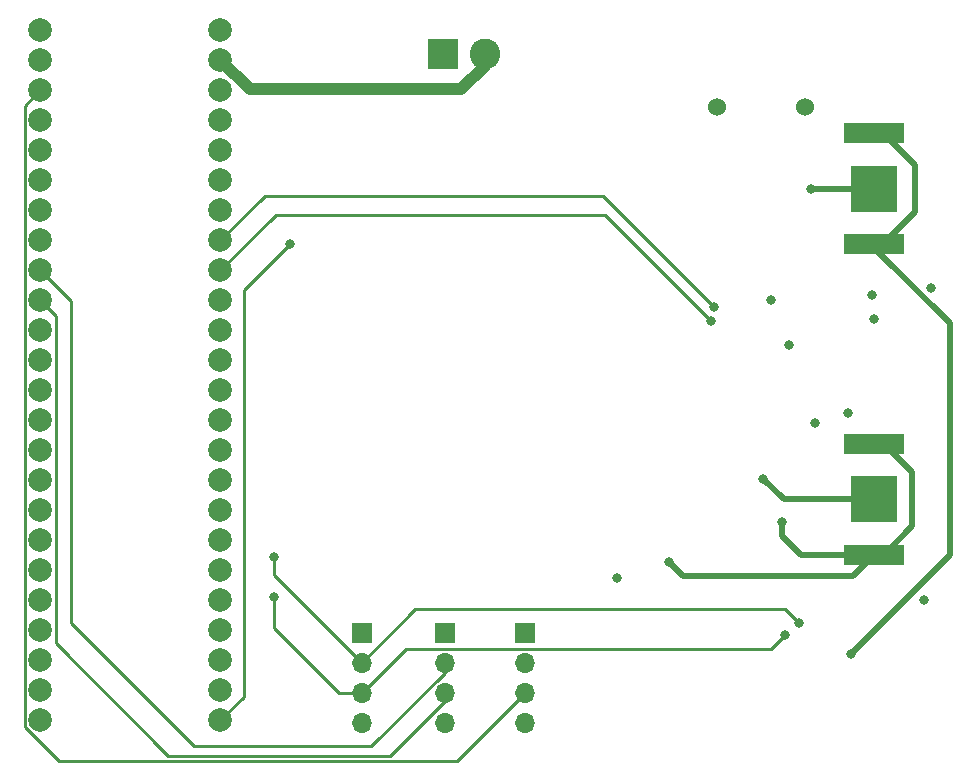
<source format=gbr>
%TF.GenerationSoftware,KiCad,Pcbnew,7.0.7*%
%TF.CreationDate,2024-01-17T19:34:37-05:00*%
%TF.ProjectId,Unified_Board,556e6966-6965-4645-9f42-6f6172642e6b,rev?*%
%TF.SameCoordinates,Original*%
%TF.FileFunction,Copper,L4,Bot*%
%TF.FilePolarity,Positive*%
%FSLAX46Y46*%
G04 Gerber Fmt 4.6, Leading zero omitted, Abs format (unit mm)*
G04 Created by KiCad (PCBNEW 7.0.7) date 2024-01-17 19:34:37*
%MOMM*%
%LPD*%
G01*
G04 APERTURE LIST*
%TA.AperFunction,ComponentPad*%
%ADD10R,1.700000X1.700000*%
%TD*%
%TA.AperFunction,ComponentPad*%
%ADD11O,1.700000X1.700000*%
%TD*%
%TA.AperFunction,ComponentPad*%
%ADD12R,2.600000X2.600000*%
%TD*%
%TA.AperFunction,ComponentPad*%
%ADD13C,2.600000*%
%TD*%
%TA.AperFunction,ComponentPad*%
%ADD14C,1.524000*%
%TD*%
%TA.AperFunction,SMDPad,CuDef*%
%ADD15R,5.080000X1.780000*%
%TD*%
%TA.AperFunction,SMDPad,CuDef*%
%ADD16R,3.960000X3.960000*%
%TD*%
%TA.AperFunction,ComponentPad*%
%ADD17C,2.000000*%
%TD*%
%TA.AperFunction,ViaPad*%
%ADD18C,0.800000*%
%TD*%
%TA.AperFunction,Conductor*%
%ADD19C,0.500000*%
%TD*%
%TA.AperFunction,Conductor*%
%ADD20C,0.250000*%
%TD*%
%TA.AperFunction,Conductor*%
%ADD21C,1.000000*%
%TD*%
G04 APERTURE END LIST*
D10*
%TO.P,J3,1,Pin_1*%
%TO.N,/3.3V*%
X107600000Y-96000000D03*
D11*
%TO.P,J3,2,Pin_2*%
%TO.N,/SCL*%
X107600000Y-98540000D03*
%TO.P,J3,3,Pin_3*%
%TO.N,/SDA*%
X107600000Y-101080000D03*
%TO.P,J3,4,Pin_4*%
%TO.N,GND*%
X107600000Y-103620000D03*
%TD*%
D12*
%TO.P,J1,1,Pin_1*%
%TO.N,Net-(J1-Pin_1)*%
X114500000Y-47000000D03*
D13*
%TO.P,J1,2,Pin_2*%
%TO.N,Net-(D6-K)*%
X118000000Y-47000000D03*
%TD*%
D14*
%TO.P,BZ1,1,-*%
%TO.N,Net-(BZ1--)*%
X137650000Y-51500000D03*
%TO.P,BZ1,2,+*%
%TO.N,GND*%
X145150000Y-51500000D03*
%TD*%
D10*
%TO.P,J2,1,Pin_1*%
%TO.N,/3.3V*%
X114600000Y-96000000D03*
D11*
%TO.P,J2,2,Pin_2*%
%TO.N,/Breakout_RX2*%
X114600000Y-98540000D03*
%TO.P,J2,3,Pin_3*%
%TO.N,/Breakout_TX2*%
X114600000Y-101080000D03*
%TO.P,J2,4,Pin_4*%
%TO.N,GND*%
X114600000Y-103620000D03*
%TD*%
D15*
%TO.P,BT1,1,+*%
%TO.N,/BACKUP*%
X151000000Y-89400000D03*
X151000000Y-80000000D03*
D16*
%TO.P,BT1,2,-*%
%TO.N,GND*%
X151000000Y-84700000D03*
%TD*%
D10*
%TO.P,J4,1,Pin_1*%
%TO.N,/3.3V*%
X121400000Y-96000000D03*
D11*
%TO.P,J4,2,Pin_2*%
%TO.N,/Breakout_RX1*%
X121400000Y-98540000D03*
%TO.P,J4,3,Pin_3*%
%TO.N,/Breakout_TX1*%
X121400000Y-101080000D03*
%TO.P,J4,4,Pin_4*%
%TO.N,GND*%
X121400000Y-103620000D03*
%TD*%
D15*
%TO.P,BT2,1,+*%
%TO.N,Net-(BT2-+)*%
X151000000Y-63100000D03*
X151000000Y-53700000D03*
D16*
%TO.P,BT2,2,-*%
%TO.N,GND*%
X151000000Y-58400000D03*
%TD*%
D17*
%TO.P,Teensy4.1,47,Vin*%
%TO.N,Net-(J1-Pin_1)*%
X95620000Y-44990000D03*
%TO.P,Teensy4.1,46,GND*%
%TO.N,Net-(D6-K)*%
X95620000Y-47530000D03*
%TO.P,Teensy4.1,45,3.3V*%
%TO.N,/3.3V*%
X95620000Y-50070000D03*
%TO.P,Teensy4.1,44,PWM*%
%TO.N,unconnected-(Teensy4.1-PWM-Pad44)*%
X95620000Y-52610000D03*
%TO.P,Teensy4.1,43,PWM*%
%TO.N,unconnected-(Teensy4.1-PWM-Pad43)*%
X95620000Y-55150000D03*
%TO.P,Teensy4.1,42,RX5*%
%TO.N,unconnected-(Teensy4.1-RX5-Pad42)*%
X95620000Y-57690000D03*
%TO.P,Teensy4.1,41,TX5*%
%TO.N,unconnected-(Teensy4.1-TX5-Pad41)*%
X95620000Y-60230000D03*
%TO.P,Teensy4.1,40,SCL*%
%TO.N,/SCL*%
X95620000Y-62770000D03*
%TO.P,Teensy4.1,39,SDA*%
%TO.N,/SDA*%
X95620000Y-65310000D03*
%TO.P,Teensy4.1,38,A3*%
%TO.N,unconnected-(Teensy4.1-A3-Pad38)*%
X95620000Y-67850000D03*
%TO.P,Teensy4.1,37,A2*%
%TO.N,unconnected-(Teensy4.1-A2-Pad37)*%
X95620000Y-70390000D03*
%TO.P,Teensy4.1,36,A1*%
%TO.N,unconnected-(Teensy4.1-A1-Pad36)*%
X95620000Y-72930000D03*
%TO.P,Teensy4.1,35,A0*%
%TO.N,unconnected-(Teensy4.1-A0-Pad35)*%
X95620000Y-75470000D03*
%TO.P,Teensy4.1,34,SCK*%
%TO.N,unconnected-(Teensy4.1-SCK-Pad34)*%
X95620000Y-78010000D03*
%TO.P,Teensy4.1,33,GND*%
%TO.N,unconnected-(Teensy4.1-GND-Pad33)*%
X95620000Y-80550000D03*
%TO.P,Teensy4.1,32,A17*%
%TO.N,unconnected-(Teensy4.1-A17-Pad32)*%
X95620000Y-83090000D03*
%TO.P,Teensy4.1,31,A16*%
%TO.N,unconnected-(Teensy4.1-A16-Pad31)*%
X95620000Y-85630000D03*
%TO.P,Teensy4.1,30,MISO*%
%TO.N,unconnected-(Teensy4.1-MISO-Pad30)*%
X95620000Y-88170000D03*
%TO.P,Teensy4.1,29,CS1*%
%TO.N,unconnected-(Teensy4.1-CS1-Pad29)*%
X95620000Y-90710000D03*
%TO.P,Teensy4.1,28,PWM*%
%TO.N,/BMP_INT*%
X95620000Y-93250000D03*
%TO.P,Teensy4.1,27,PWM*%
%TO.N,/BMP_I2C_ADDR*%
X95620000Y-95790000D03*
%TO.P,Teensy4.1,26,TX8*%
%TO.N,unconnected-(Teensy4.1-TX8-Pad26)*%
X95620000Y-98330000D03*
%TO.P,Teensy4.1,25,RX8*%
%TO.N,unconnected-(Teensy4.1-RX8-Pad25)*%
X95620000Y-100870000D03*
%TO.P,Teensy4.1,24,PWM*%
%TO.N,Net-(R14-Pad1)*%
X95620000Y-103410000D03*
%TO.P,Teensy4.1,23,GPIO*%
%TO.N,unconnected-(Teensy4.1-GPIO-Pad23)*%
X80380000Y-103410000D03*
%TO.P,Teensy4.1,22,GPIO*%
%TO.N,unconnected-(Teensy4.1-GPIO-Pad22)*%
X80380000Y-100870000D03*
%TO.P,Teensy4.1,21,GPIO*%
%TO.N,unconnected-(Teensy4.1-GPIO-Pad21)*%
X80380000Y-98330000D03*
%TO.P,Teensy4.1,20,TX7*%
%TO.N,unconnected-(Teensy4.1-TX7-Pad20)*%
X80380000Y-95790000D03*
%TO.P,Teensy4.1,19,RX7*%
%TO.N,unconnected-(Teensy4.1-RX7-Pad19)*%
X80380000Y-93250000D03*
%TO.P,Teensy4.1,18,SCK1*%
%TO.N,unconnected-(Teensy4.1-SCK1-Pad18)*%
X80380000Y-90710000D03*
%TO.P,Teensy4.1,17,MOSI1*%
%TO.N,unconnected-(Teensy4.1-MOSI1-Pad17)*%
X80380000Y-88170000D03*
%TO.P,Teensy4.1,16,SDA2*%
%TO.N,unconnected-(Teensy4.1-SDA2-Pad16)*%
X80380000Y-85630000D03*
%TO.P,Teensy4.1,15,SCL2*%
%TO.N,unconnected-(Teensy4.1-SCL2-Pad15)*%
X80380000Y-83090000D03*
%TO.P,Teensy4.1,14,3.3V*%
%TO.N,unconnected-(Teensy4.1-3.3V-Pad14)*%
X80380000Y-80550000D03*
%TO.P,Teensy4.1,13,MISO*%
%TO.N,unconnected-(Teensy4.1-MISO-Pad13)*%
X80380000Y-78010000D03*
%TO.P,Teensy4.1,12,MOSI*%
%TO.N,unconnected-(Teensy4.1-MOSI-Pad12)*%
X80380000Y-75470000D03*
%TO.P,Teensy4.1,11,CS*%
%TO.N,unconnected-(Teensy4.1-CS-Pad11)*%
X80380000Y-72930000D03*
%TO.P,Teensy4.1,10,PWM*%
%TO.N,unconnected-(Teensy4.1-PWM-Pad10)*%
X80380000Y-70390000D03*
%TO.P,Teensy4.1,9,TX2*%
%TO.N,/Breakout_TX2*%
X80380000Y-67850000D03*
%TO.P,Teensy4.1,8,RX2*%
%TO.N,/Breakout_RX2*%
X80380000Y-65310000D03*
%TO.P,Teensy4.1,7,PWM*%
%TO.N,unconnected-(Teensy4.1-PWM-Pad7)*%
X80380000Y-62770000D03*
%TO.P,Teensy4.1,6,PWM*%
%TO.N,unconnected-(Teensy4.1-PWM-Pad6)*%
X80380000Y-60230000D03*
%TO.P,Teensy4.1,5,PWM*%
%TO.N,unconnected-(Teensy4.1-PWM-Pad5)*%
X80380000Y-57690000D03*
%TO.P,Teensy4.1,4,PWM*%
%TO.N,unconnected-(Teensy4.1-PWM-Pad4)*%
X80380000Y-55150000D03*
%TO.P,Teensy4.1,3,PWM*%
%TO.N,unconnected-(Teensy4.1-PWM-Pad3)*%
X80380000Y-52610000D03*
%TO.P,Teensy4.1,2,TX1*%
%TO.N,/Breakout_TX1*%
X80380000Y-50070000D03*
%TO.P,Teensy4.1,1,RX1*%
%TO.N,/Breakout_RX1*%
X80380000Y-47530000D03*
%TO.P,Teensy4.1,0,GND*%
%TO.N,GND*%
X80380000Y-44990000D03*
%TD*%
D18*
%TO.N,/3.3V*%
X146000000Y-78200000D03*
%TO.N,GND*%
X145600000Y-58400000D03*
X141600000Y-83000000D03*
%TO.N,Net-(BT2-+)*%
X149000000Y-97800000D03*
%TO.N,/BACKUP*%
X143200000Y-86600000D03*
X133600000Y-90000000D03*
%TO.N,/SCL*%
X137400000Y-68400000D03*
%TO.N,GND*%
X142200000Y-67800000D03*
X150800000Y-67400000D03*
%TO.N,/3.3V*%
X143800000Y-71600000D03*
%TO.N,/SDA*%
X137200000Y-69600000D03*
%TO.N,/3.3V*%
X155800000Y-66800000D03*
X151000000Y-69400000D03*
%TO.N,/SDA*%
X143400000Y-96230898D03*
%TO.N,/SCL*%
X144600000Y-95200000D03*
%TO.N,GND*%
X129200000Y-91400000D03*
%TO.N,Net-(R14-Pad1)*%
X101500000Y-63100000D03*
%TO.N,GND*%
X148800000Y-77400000D03*
%TO.N,/3.3V*%
X155200000Y-93200000D03*
%TO.N,/SCL*%
X100200000Y-89600000D03*
%TO.N,/SDA*%
X100200000Y-93000000D03*
%TD*%
D19*
%TO.N,Net-(BT2-+)*%
X151000000Y-63400000D02*
X151000000Y-63100000D01*
X157400000Y-69800000D02*
X151000000Y-63400000D01*
X151700000Y-63100000D02*
X150200000Y-63100000D01*
X154400000Y-56400000D02*
X154400000Y-60400000D01*
X154400000Y-60400000D02*
X151700000Y-63100000D01*
X151700000Y-53700000D02*
X154400000Y-56400000D01*
X149300000Y-53700000D02*
X151700000Y-53700000D01*
%TO.N,/BACKUP*%
X151800000Y-80000000D02*
X151000000Y-80000000D01*
X154200000Y-82400000D02*
X151800000Y-80000000D01*
X151000000Y-89400000D02*
X151800000Y-89400000D01*
X151800000Y-89400000D02*
X154200000Y-87000000D01*
X154200000Y-87000000D02*
X154200000Y-82400000D01*
X149200000Y-91200000D02*
X151000000Y-89400000D01*
X134800000Y-91200000D02*
X149200000Y-91200000D01*
X133600000Y-90000000D02*
X134800000Y-91200000D01*
X144800000Y-89400000D02*
X151000000Y-89400000D01*
X143200000Y-87800000D02*
X144800000Y-89400000D01*
%TO.N,Net-(BT2-+)*%
X157400000Y-89400000D02*
X149000000Y-97800000D01*
X157400000Y-69800000D02*
X157400000Y-89400000D01*
X150200000Y-63100000D02*
X150700000Y-63100000D01*
%TO.N,GND*%
X150200000Y-58400000D02*
X145600000Y-58400000D01*
X143300000Y-84700000D02*
X141600000Y-83000000D01*
X150200000Y-84700000D02*
X143300000Y-84700000D01*
%TO.N,Net-(BT2-+)*%
X150200000Y-63100000D02*
X149300000Y-63100000D01*
%TO.N,/BACKUP*%
X143200000Y-87800000D02*
X143200000Y-86600000D01*
X150200000Y-89400000D02*
X149800000Y-89800000D01*
D20*
%TO.N,/SDA*%
X128200000Y-60600000D02*
X100330000Y-60600000D01*
X137200000Y-69600000D02*
X128200000Y-60600000D01*
X100330000Y-60600000D02*
X95620000Y-65310000D01*
%TO.N,/SCL*%
X128000000Y-59000000D02*
X99390000Y-59000000D01*
X137400000Y-68400000D02*
X128000000Y-59000000D01*
X95620000Y-62770000D02*
X99390000Y-59000000D01*
%TO.N,/SDA*%
X111315000Y-97365000D02*
X107600000Y-101080000D01*
X142265898Y-97365000D02*
X111315000Y-97365000D01*
X143400000Y-96230898D02*
X142265898Y-97365000D01*
%TO.N,/SCL*%
X143400000Y-94000000D02*
X144600000Y-95200000D01*
X107600000Y-98540000D02*
X112140000Y-94000000D01*
X112140000Y-94000000D02*
X143400000Y-94000000D01*
%TO.N,Net-(R14-Pad1)*%
X97600000Y-67000000D02*
X97600000Y-101430000D01*
X97600000Y-101430000D02*
X95620000Y-103410000D01*
X101500000Y-63100000D02*
X97600000Y-67000000D01*
%TO.N,/Breakout_TX1*%
X81946167Y-106850000D02*
X79055000Y-103958833D01*
X79055000Y-51395000D02*
X80380000Y-50070000D01*
X115630000Y-106850000D02*
X81946167Y-106850000D01*
X121400000Y-101080000D02*
X115630000Y-106850000D01*
X79055000Y-103958833D02*
X79055000Y-51395000D01*
%TO.N,/Breakout_RX2*%
X83000000Y-67930000D02*
X80380000Y-65310000D01*
X83000000Y-95200000D02*
X83000000Y-67930000D01*
X108400000Y-105600000D02*
X93400000Y-105600000D01*
X114600000Y-99400000D02*
X108400000Y-105600000D01*
X114600000Y-98540000D02*
X114600000Y-99400000D01*
X93400000Y-105600000D02*
X83000000Y-95200000D01*
%TO.N,/Breakout_TX2*%
X81705000Y-96905000D02*
X81705000Y-69175000D01*
X91200000Y-106400000D02*
X81705000Y-96905000D01*
X110000000Y-106400000D02*
X91200000Y-106400000D01*
X81705000Y-69175000D02*
X80380000Y-67850000D01*
X114600000Y-101080000D02*
X114600000Y-101800000D01*
X114600000Y-101800000D02*
X110000000Y-106400000D01*
%TO.N,/SCL*%
X100200000Y-91140000D02*
X107600000Y-98540000D01*
X100200000Y-89600000D02*
X100200000Y-91140000D01*
%TO.N,/SDA*%
X105680000Y-101080000D02*
X107600000Y-101080000D01*
X100200000Y-93000000D02*
X100200000Y-95600000D01*
X100200000Y-95600000D02*
X105680000Y-101080000D01*
D21*
%TO.N,Net-(D6-K)*%
X118000000Y-48000000D02*
X116000000Y-50000000D01*
X116000000Y-50000000D02*
X98090000Y-50000000D01*
X118000000Y-47000000D02*
X118000000Y-48000000D01*
X98090000Y-50000000D02*
X95620000Y-47530000D01*
%TD*%
M02*

</source>
